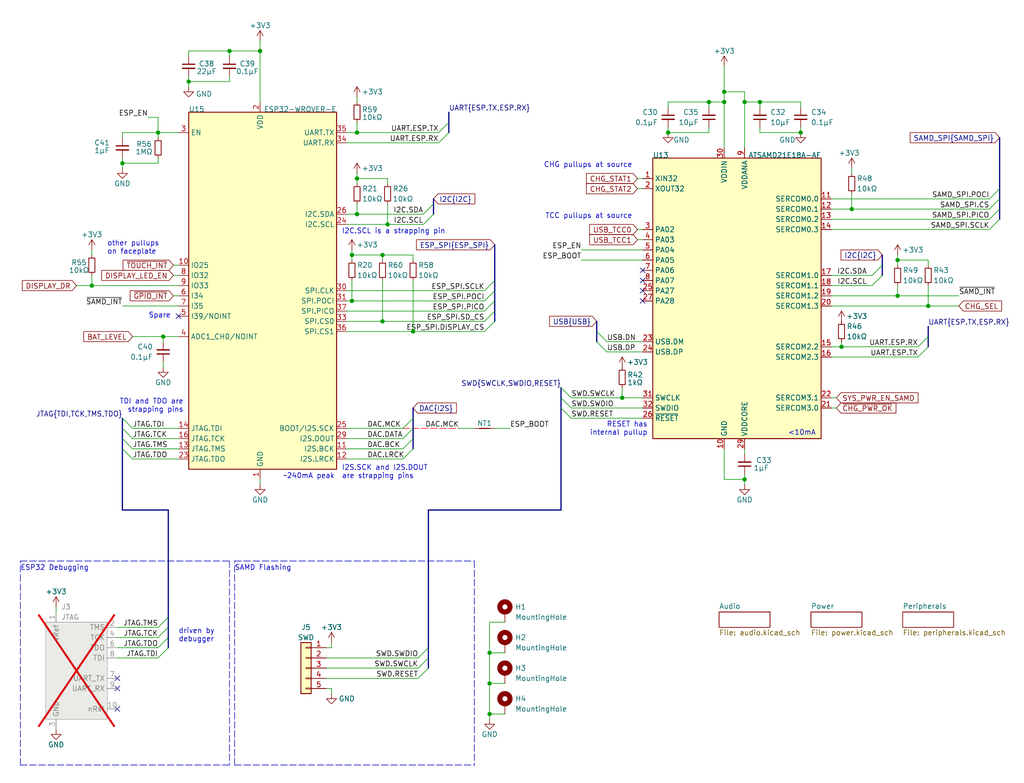
<source format=kicad_sch>
(kicad_sch (version 20230121) (generator eeschema)
  (paper "User" 254.991 194.996)
  (title_block (title "TANGARA") (date "2023-12-21") (rev "4") (company "made by jacqueline") (comment 1 "SPDX-License-Identifier: CERN-OHL-S-2.0"))
  (lib_symbols
    (symbol "Connector_Generic:Conn_01x05" (pin_names (offset 1.016) hide)
      (property "Reference" "J" (at 0 7.62 0))
      (property "Value" "Conn_01x05" (at 0 -7.62 0))
      (symbol "Conn_01x05_1_1"
        (rectangle (start -1.27 -4.953) (end 0 -5.207) (stroke (width 0.1524)))
        (rectangle (start -1.27 -2.413) (end 0 -2.667) (stroke (width 0.1524)))
        (rectangle (start -1.27 0.127) (end 0 -0.127) (stroke (width 0.1524)))
        (rectangle (start -1.27 2.667) (end 0 2.413) (stroke (width 0.1524)))
        (rectangle (start -1.27 5.207) (end 0 4.953) (stroke (width 0.1524)))
        (rectangle (start -1.27 6.35) (end 1.27 -6.35) (stroke (width 0.254)) (fill (type background)))
        (pin passive line (at -5.08 5.08 0) (length 3.81) (name "Pin_1") (number "1"))
        (pin passive line (at -5.08 2.54 0) (length 3.81) (name "Pin_2") (number "2"))
        (pin passive line (at -5.08 0 0) (length 3.81) (name "Pin_3") (number "3"))
        (pin passive line (at -5.08 -2.54 0) (length 3.81) (name "Pin_4") (number "4"))
        (pin passive line (at -5.08 -5.08 0) (length 3.81) (name "Pin_5") (number "5"))
      )
    )
    (symbol "Device:C_Small" (pin_numbers hide) (pin_names (offset 0.254) hide)
      (property "Reference" "C" (at 0.254 1.778 0))
      (property "Value" "C_Small" (at 0.254 -2.032 0))
      (symbol "C_Small_0_1"
        (polyline (pts (xy -1.524 -0.508) (xy 1.524 -0.508)) (stroke (width 0.3302)))
        (polyline (pts (xy -1.524 0.508) (xy 1.524 0.508)) (stroke (width 0.3048)))
      )
      (symbol "C_Small_1_1"
        (pin passive line (at 0 2.54 270) (length 2.032) (name "~") (number "1"))
        (pin passive line (at 0 -2.54 90) (length 2.032) (name "~") (number "2"))
      )
    )
    (symbol "Device:NetTie_2" (pin_numbers hide) (pin_names (offset 0) hide) (in_bom no)
      (property "Reference" "NT" (at 0 1.27 0))
      (property "Value" "NetTie_2" (at 0 -1.27 0))
      (symbol "NetTie_2_0_1"
        (polyline (pts (xy -1.27 0) (xy 1.27 0)) (stroke (width 0.254)))
      )
      (symbol "NetTie_2_1_1"
        (pin passive line (at -2.54 0 0) (length 2.54) (name "1") (number "1"))
        (pin passive line (at 2.54 0 180) (length 2.54) (name "2") (number "2"))
      )
    )
    (symbol "Device:R_Small" (pin_numbers hide) (pin_names (offset 0.254) hide)
      (property "Reference" "R" (at 0.762 0.508 0))
      (property "Value" "R_Small" (at 0.762 -1.016 0))
      (symbol "R_Small_0_1"
        (rectangle (start -0.762 1.778) (end 0.762 -1.778) (stroke (width 0.2032)))
      )
      (symbol "R_Small_1_1"
        (pin passive line (at 0 2.54 270) (length 0.762) (name "~") (number "1"))
        (pin passive line (at 0 -2.54 90) (length 0.762) (name "~") (number "2"))
      )
    )
    (symbol "Mechanical:MountingHole_Pad" (pin_numbers hide) (pin_names (offset 1.016) hide)
      (property "Reference" "H" (at 0 6.35 0))
      (property "Value" "MountingHole_Pad" (at 0 4.445 0))
      (symbol "MountingHole_Pad_0_1"
        (circle (center 0 1.27) (radius 1.27) (stroke (width 1.27)))
      )
      (symbol "MountingHole_Pad_1_1"
        (pin input line (at 0 -2.54 90) (length 2.54) (name "1") (number "1"))
      )
    )
    (symbol "power:+3V3" (power) (pin_names (offset 0))
      (property "Value" "+3V3" (at 0 3.556 0))
      (symbol "+3V3_0_1"
        (polyline (pts (xy -0.762 1.27) (xy 0 2.54)))
        (polyline (pts (xy 0 0) (xy 0 2.54)))
        (polyline (pts (xy 0 2.54) (xy 0.762 1.27)))
      )
      (symbol "+3V3_1_1"
        (pin power_in line (at 0 0 90) (length 0) hide (name "+3V3") (number "1"))
      )
    )
    (symbol "power:GND" (power) (pin_names (offset 0))
      (property "Value" "GND" (at 0 -3.81 0))
      (symbol "GND_0_1"
        (polyline (pts (xy 0 0) (xy 0 -1.27) (xy 1.27 -1.27) (xy 0 -2.54) (xy -1.27 -1.27) (xy 0 -1.27)))
      )
      (symbol "GND_1_1"
        (pin power_in line (at 0 0 270) (length 0) hide (name "GND") (number "1"))
      )
    )
    (symbol "symbols:ATSAMD21E15A-A"
      (property "Reference" "U" (at 0 15.24 0))
      (property "Value" "ATSAMD21E15A-A" (at 0 10.16 0))
      (symbol "ATSAMD21E15A-A_1_1"
        (rectangle (start -20.32 45.72) (end 21.59 -24.13) (stroke (width 0.254)) (fill (type background)))
        (pin bidirectional line (at -22.86 40.64 0) (length 2.54) (name "XIN32") (number "1"))
        (pin power_in line (at -2.54 -26.67 90) (length 2.54) (name "GND") (number "10"))
        (pin bidirectional line (at 24.13 35.56 180) (length 2.54) (name "SERCOM0.0") (number "11"))
        (pin bidirectional line (at 24.13 33.02 180) (length 2.54) (name "SERCOM0.1") (number "12"))
        (pin bidirectional line (at 24.13 30.48 180) (length 2.54) (name "SERCOM0.2") (number "13"))
        (pin bidirectional line (at 24.13 27.94 180) (length 2.54) (name "SERCOM0.3") (number "14"))
        (pin bidirectional line (at 24.13 -1.27 180) (length 2.54) (name "SERCOM2.2") (number "15"))
        (pin bidirectional line (at 24.13 -3.81 180) (length 2.54) (name "SERCOM2.3") (number "16"))
        (pin bidirectional line (at 24.13 16.51 180) (length 2.54) (name "SERCOM1.0") (number "17"))
        (pin bidirectional line (at 24.13 13.97 180) (length 2.54) (name "SERCOM1.1") (number "18"))
        (pin bidirectional line (at 24.13 11.43 180) (length 2.54) (name "SERCOM1.2") (number "19"))
        (pin bidirectional line (at -22.86 38.1 0) (length 2.54) (name "XOUT32") (number "2"))
        (pin bidirectional line (at 24.13 8.89 180) (length 2.54) (name "SERCOM1.3") (number "20"))
        (pin bidirectional line (at 24.13 -16.51 180) (length 2.54) (name "SERCOM3.0") (number "21"))
        (pin bidirectional line (at 24.13 -13.97 180) (length 2.54) (name "SERCOM3.1") (number "22"))
        (pin bidirectional line (at -22.86 0 0) (length 2.54) (name "USB.DM") (number "23"))
        (pin bidirectional line (at -22.86 -2.54 0) (length 2.54) (name "USB.DP") (number "24"))
        (pin bidirectional line (at -22.86 12.7 0) (length 2.54) (name "PA27") (number "25"))
        (pin input line (at -22.86 -19.05 0) (length 2.54) (name "~{RESET}") (number "26"))
        (pin bidirectional line (at -22.86 10.16 0) (length 2.54) (name "PA28") (number "27"))
        (pin power_in line (at -2.54 -26.67 90) (length 2.54) hide (name "GND") (number "28"))
        (pin power_out line (at 2.54 -26.67 90) (length 2.54) (name "VDDCORE") (number "29"))
        (pin bidirectional line (at -22.86 27.94 0) (length 2.54) (name "PA02") (number "3"))
        (pin power_in line (at -2.54 48.26 270) (length 2.54) (name "VDDIN") (number "30"))
        (pin bidirectional line (at -22.86 -13.97 0) (length 2.54) (name "SWCLK") (number "31"))
        (pin bidirectional line (at -22.86 -16.51 0) (length 2.54) (name "SWDIO") (number "32"))
        (pin bidirectional line (at -22.86 25.4 0) (length 2.54) (name "PA03") (number "4"))
        (pin bidirectional line (at -22.86 22.86 0) (length 2.54) (name "PA04") (number "5"))
        (pin bidirectional line (at -22.86 20.32 0) (length 2.54) (name "PA05") (number "6"))
        (pin bidirectional line (at -22.86 17.78 0) (length 2.54) (name "PA06") (number "7"))
        (pin bidirectional line (at -22.86 15.24 0) (length 2.54) (name "PA07") (number "8"))
        (pin power_in line (at 2.54 48.26 270) (length 2.54) (name "VDDANA") (number "9"))
      )
    )
    (symbol "symbols:BMDU"
      (property "Reference" "U" (at -5.08 6.35 0))
      (property "Value" "BMDU" (at -5.08 6.35 0))
      (symbol "BMDU_0_0"
        (pin power_in line (at -5.08 20.32 270) (length 2.54) (name "vRef") (number "1"))
        (pin output line (at 10.16 -3.81 180) (length 2.54) (name "nRst") (number "10"))
        (pin output line (at 10.16 16.51 180) (length 2.54) (name "TMS") (number "2"))
        (pin power_in line (at -5.08 -8.89 90) (length 2.54) (name "GND") (number "3"))
        (pin output line (at 10.16 13.97 180) (length 2.54) (name "TCK") (number "4"))
        (pin power_in line (at -5.08 -8.89 90) (length 2.54) hide (name "GND") (number "5"))
        (pin output line (at 10.16 11.43 180) (length 2.54) (name "TDO") (number "6"))
        (pin output line (at 10.16 3.81 180) (length 2.54) (name "UART_TX") (number "7"))
        (pin input line (at 10.16 8.89 180) (length 2.54) (name "TDI") (number "8"))
        (pin input line (at 10.16 1.27 180) (length 2.54) (name "UART_RX") (number "9"))
      )
      (symbol "BMDU_0_1"
        (rectangle (start -7.62 17.78) (end 7.62 -6.35) (fill (type background)))
      )
    )
    (symbol "symbols:ESP32-WROOM"
      (property "Reference" "U" (at -17.78 34.29 0))
      (property "Value" "ESP32-WROOM" (at -3.81 34.29 0))
      (symbol "ESP32-WROOM_0_1"
        (rectangle (start -17.78 33.02) (end 19.05 -55.88) (stroke (width 0.254)) (fill (type background)))
      )
      (symbol "ESP32-WROOM_1_1"
        (pin power_in line (at 0 -58.42 90) (length 2.54) (name "GND") (number "1"))
        (pin bidirectional line (at -20.32 -5.08 0) (length 2.54) (name "IO25") (number "10"))
        (pin bidirectional line (at 21.59 -50.8 180) (length 2.54) (name "I2S.BCK") (number "11"))
        (pin bidirectional line (at 21.59 -53.34 180) (length 2.54) (name "I2S.LRCK") (number "12"))
        (pin bidirectional line (at -20.32 -50.8 0) (length 2.54) (name "JTAG.TMS") (number "13"))
        (pin bidirectional line (at -20.32 -45.72 0) (length 2.54) (name "JTAG.TDI") (number "14"))
        (pin power_in line (at 0 -58.42 90) (length 2.54) hide (name "GND") (number "15"))
        (pin bidirectional line (at -20.32 -48.26 0) (length 2.54) (name "JTAG.TCK") (number "16"))
        (pin no_connect line (at -17.78 16.51 0) (length 2.54) hide (name "SHD/SD2") (number "17"))
        (pin no_connect line (at -17.78 13.97 0) (length 2.54) hide (name "SWP/SD3") (number "18"))
        (pin no_connect line (at -17.78 8.89 0) (length 2.54) hide (name "SCS/CMD") (number "19"))
        (pin power_in line (at 0 35.56 270) (length 2.54) (name "VDD") (number "2"))
        (pin no_connect line (at -17.78 11.43 0) (length 2.54) hide (name "SCK/CLK") (number "20"))
        (pin no_connect line (at -17.78 21.59 0) (length 2.54) hide (name "SDO/SD0") (number "21"))
        (pin no_connect line (at -17.78 19.05 0) (length 2.54) hide (name "SDI/SD1") (number "22"))
        (pin bidirectional line (at -20.32 -53.34 0) (length 2.54) (name "JTAG.TDO") (number "23"))
        (pin bidirectional line (at 21.59 5.08 180) (length 2.54) (name "I2C.SCL") (number "24"))
        (pin bidirectional line (at 21.59 -45.72 180) (length 2.54) (name "BOOT/I2S.SCK") (number "25"))
        (pin bidirectional line (at 21.59 7.62 180) (length 2.54) (name "I2C.SDA") (number "26"))
        (pin no_connect line (at -17.78 6.35 0) (length 2.54) hide (name "IO16") (number "27"))
        (pin no_connect line (at -17.78 3.81 0) (length 2.54) hide (name "IO17") (number "28"))
        (pin bidirectional line (at 21.59 -48.26 180) (length 2.54) (name "I2S.DOUT") (number "29"))
        (pin input line (at -20.32 27.94 0) (length 2.54) (name "EN") (number "3"))
        (pin bidirectional line (at 21.59 -11.43 180) (length 2.54) (name "SPI.CLK") (number "30"))
        (pin bidirectional line (at 21.59 -13.97 180) (length 2.54) (name "SPI.POCI") (number "31"))
        (pin no_connect line (at -17.78 1.27 0) (length 2.54) hide (name "NC") (number "32"))
        (pin bidirectional line (at 21.59 -19.05 180) (length 2.54) (name "SPI.CS0") (number "33"))
        (pin bidirectional line (at 21.59 25.4 180) (length 2.54) (name "UART.RX") (number "34"))
        (pin bidirectional line (at 21.59 27.94 180) (length 2.54) (name "UART.TX") (number "35"))
        (pin bidirectional line (at 21.59 -21.59 180) (length 2.54) (name "SPI.CS1") (number "36"))
        (pin bidirectional line (at 21.59 -16.51 180) (length 2.54) (name "SPI.PICO") (number "37"))
        (pin power_in line (at 0 -58.42 90) (length 2.54) hide (name "GND") (number "38"))
        (pin power_in line (at 0 -58.42 90) (length 2.54) hide (name "GND") (number "39"))
        (pin input line (at -20.32 -22.86 0) (length 2.54) (name "ADC1_CH0/NOINT") (number "4"))
        (pin input line (at -20.32 -17.78 0) (length 2.54) (name "I39/NOINT") (number "5"))
        (pin input line (at -20.32 -12.7 0) (length 2.54) (name "I34") (number "6"))
        (pin input line (at -20.32 -15.24 0) (length 2.54) (name "I35") (number "7"))
        (pin bidirectional line (at -20.32 -7.62 0) (length 2.54) (name "IO32") (number "8"))
        (pin bidirectional line (at -20.32 -10.16 0) (length 2.54) (name "IO33") (number "9"))
      )
    )
  )
  (bus_alias "USB" (members "DN" "DP"))
  (bus_alias "I2S" (members "MCK" "BCK" "LRCK" "DATA"))
  (bus_alias "SAMD_SPI" (members "SCLK" "POCI" "PICO" "CS"))
  (bus_alias "ESP_SPI" (members "SCLK" "POCI" "PICO" "SD_CS" "DISPLAY_CS"))
  (bus_alias "I2C" (members "SDA" "SCL"))
  (junction (at 96.52 55.88))
  (junction (at 88.9 33.02))
  (junction (at 88.9 44.45))
  (junction (at 223.52 73.66))
  (junction (at 57.15 12.7))
  (junction (at 102.87 82.55))
  (junction (at 180.34 22.86))
  (junction (at 64.77 12.7))
  (junction (at 87.63 74.93))
  (junction (at 22.86 71.12))
  (junction (at 185.42 25.4))
  (junction (at 88.9 53.34))
  (junction (at 199.39 33.02))
  (junction (at 40.64 83.82))
  (junction (at 231.14 76.2))
  (junction (at 154.94 99.06))
  (junction (at 30.48 40.64))
  (junction (at 176.53 25.4))
  (junction (at 95.25 80.01))
  (junction (at 39.37 33.02))
  (junction (at 46.99 20.32))
  (junction (at 121.92 162.56))
  (junction (at 189.23 25.4))
  (junction (at 180.34 25.4))
  (junction (at 212.09 52.07))
  (junction (at 223.52 64.77))
  (junction (at 166.37 33.02))
  (junction (at 209.55 86.36))
  (junction (at 121.92 177.8))
  (junction (at 95.25 63.5))
  (junction (at 121.92 170.18))
  (junction (at 87.63 63.5))
  (junction (at 185.42 119.38))
  (no_connect (at 160.02 69.85))
  (no_connect (at 44.45 78.74))
  (no_connect (at 160.02 67.31))
  (no_connect (at 160.02 74.93))
  (no_connect (at 29.21 176.53))
  (no_connect (at 29.21 168.91))
  (no_connect (at 160.02 72.39))
  (no_connect (at 29.21 171.45))
  (bus_entry (at 102.87 104.14) (size -2.54 2.54))
  (bus_entry (at 139.7 96.52) (size 2.54 2.54))
  (bus_entry (at 139.7 99.06) (size 2.54 2.54))
  (bus_entry (at 139.7 101.6) (size 2.54 2.54))
  (bus_entry (at 30.48 111.76) (size 2.54 2.54))
  (bus_entry (at 30.48 104.14) (size 2.54 2.54))
  (bus_entry (at 30.48 106.68) (size 2.54 2.54))
  (bus_entry (at 30.48 109.22) (size 2.54 2.54))
  (bus_entry (at 246.38 54.61) (size 2.54 -2.54))
  (bus_entry (at 246.38 52.07) (size 2.54 -2.54))
  (bus_entry (at 246.38 49.53) (size 2.54 -2.54))
  (bus_entry (at 104.14 163.83) (size 2.54 -2.54))
  (bus_entry (at 120.65 74.93) (size 2.54 -2.54))
  (bus_entry (at 120.65 72.39) (size 2.54 -2.54))
  (bus_entry (at 120.65 77.47) (size 2.54 -2.54))
  (bus_entry (at 120.65 82.55) (size 2.54 -2.54))
  (bus_entry (at 120.65 80.01) (size 2.54 -2.54))
  (bus_entry (at 109.22 35.56) (size 2.54 -2.54))
  (bus_entry (at 109.22 33.02) (size 2.54 -2.54))
  (bus_entry (at 39.37 158.75) (size 2.54 -2.54))
  (bus_entry (at 39.37 161.29) (size 2.54 -2.54))
  (bus_entry (at 39.37 156.21) (size 2.54 -2.54))
  (bus_entry (at 39.37 163.83) (size 2.54 -2.54))
  (bus_entry (at 104.14 168.91) (size 2.54 -2.54))
  (bus_entry (at 217.17 68.58) (size 2.54 -2.54))
  (bus_entry (at 246.38 57.15) (size 2.54 -2.54))
  (bus_entry (at 100.33 109.22) (size 2.54 -2.54))
  (bus_entry (at 100.33 114.3) (size 2.54 -2.54))
  (bus_entry (at 100.33 111.76) (size 2.54 -2.54))
  (bus_entry (at 217.17 71.12) (size 2.54 -2.54))
  (bus_entry (at 105.41 53.34) (size 2.54 -2.54))
  (bus_entry (at 105.41 55.88) (size 2.54 -2.54))
  (bus_entry (at 228.6 86.36) (size 2.54 -2.54))
  (bus_entry (at 228.6 88.9) (size 2.54 -2.54))
  (bus_entry (at 104.14 166.37) (size 2.54 -2.54))
  (bus_entry (at 148.59 85.09) (size 2.54 2.54))
  (bus_entry (at 148.59 82.55) (size 2.54 2.54))
  (bus (pts (xy 30.48 104.14) (xy 30.48 106.68)))
  (wire (pts (xy 231.14 71.12) (xy 231.14 76.2)))
  (wire (pts (xy 180.34 119.38) (xy 185.42 119.38)))
  (wire (pts (xy 207.01 71.12) (xy 217.17 71.12)))
  (bus (pts (xy 248.92 52.07) (xy 248.92 54.61)))
  (wire (pts (xy 87.63 69.85) (xy 87.63 74.93)))
  (wire (pts (xy 223.52 64.77) (xy 231.14 64.77)))
  (wire (pts (xy 39.37 39.37) (xy 39.37 40.64)))
  (wire (pts (xy 189.23 33.02) (xy 189.23 31.75)))
  (wire (pts (xy 121.92 162.56) (xy 121.92 170.18)))
  (bus (pts (xy 102.87 104.14) (xy 102.87 106.68)))
  (wire (pts (xy 33.02 83.82) (xy 40.64 83.82)))
  (wire (pts (xy 102.87 63.5) (xy 102.87 64.77)))
  (wire (pts (xy 154.94 99.06) (xy 160.02 99.06)))
  (wire (pts (xy 19.05 71.12) (xy 22.86 71.12)))
  (polyline (pts (xy 118.11 139.7) (xy 118.11 190.5)) (stroke (width 0) (type dash)))
  (wire (pts (xy 87.63 74.93) (xy 120.65 74.93)))
  (wire (pts (xy 151.13 87.63) (xy 160.02 87.63)))
  (bus (pts (xy 41.91 153.67) (xy 41.91 156.21)))
  (wire (pts (xy 209.55 85.09) (xy 209.55 86.36)))
  (wire (pts (xy 199.39 25.4) (xy 199.39 26.67)))
  (wire (pts (xy 81.28 166.37) (xy 104.14 166.37)))
  (wire (pts (xy 57.15 12.7) (xy 64.77 12.7)))
  (wire (pts (xy 86.36 72.39) (xy 120.65 72.39)))
  (wire (pts (xy 125.73 154.94) (xy 121.92 154.94)))
  (wire (pts (xy 142.24 99.06) (xy 154.94 99.06)))
  (wire (pts (xy 40.64 85.09) (xy 40.64 83.82)))
  (bus (pts (xy 148.59 80.01) (xy 148.59 82.55)))
  (wire (pts (xy 30.48 40.64) (xy 39.37 40.64)))
  (wire (pts (xy 82.55 160.02) (xy 82.55 161.29)))
  (bus (pts (xy 102.87 106.68) (xy 102.87 109.22)))
  (bus (pts (xy 139.7 96.52) (xy 139.7 99.06)))
  (bus (pts (xy 111.76 30.48) (xy 111.76 33.02)))
  (wire (pts (xy 207.01 76.2) (xy 231.14 76.2)))
  (wire (pts (xy 176.53 25.4) (xy 166.37 25.4)))
  (wire (pts (xy 158.75 57.15) (xy 160.02 57.15)))
  (wire (pts (xy 30.48 39.37) (xy 30.48 40.64)))
  (wire (pts (xy 158.75 46.99) (xy 160.02 46.99)))
  (wire (pts (xy 223.52 64.77) (xy 223.52 66.04)))
  (polyline (pts (xy 58.42 139.7) (xy 118.11 139.7)) (stroke (width 0) (type dash)))
  (wire (pts (xy 36.83 29.21) (xy 39.37 29.21)))
  (wire (pts (xy 114.3 106.68) (xy 118.11 106.68)))
  (wire (pts (xy 207.01 54.61) (xy 246.38 54.61)))
  (wire (pts (xy 151.13 85.09) (xy 160.02 85.09)))
  (wire (pts (xy 64.77 12.7) (xy 64.77 25.4)))
  (wire (pts (xy 180.34 22.86) (xy 180.34 25.4)))
  (wire (pts (xy 231.14 76.2) (xy 238.76 76.2)))
  (wire (pts (xy 95.25 69.85) (xy 95.25 80.01)))
  (wire (pts (xy 158.75 44.45) (xy 160.02 44.45)))
  (wire (pts (xy 82.55 172.72) (xy 82.55 171.45)))
  (wire (pts (xy 212.09 41.91) (xy 212.09 43.18)))
  (wire (pts (xy 121.92 177.8) (xy 121.92 179.07)))
  (wire (pts (xy 185.42 25.4) (xy 185.42 36.83)))
  (wire (pts (xy 33.02 109.22) (xy 44.45 109.22)))
  (wire (pts (xy 207.01 73.66) (xy 223.52 73.66)))
  (bus (pts (xy 219.71 66.04) (xy 219.71 68.58)))
  (wire (pts (xy 207.01 68.58) (xy 217.17 68.58)))
  (wire (pts (xy 207.01 52.07) (xy 212.09 52.07)))
  (wire (pts (xy 123.19 106.68) (xy 127 106.68)))
  (wire (pts (xy 13.97 151.13) (xy 13.97 152.4)))
  (wire (pts (xy 81.28 168.91) (xy 104.14 168.91)))
  (wire (pts (xy 64.77 10.16) (xy 64.77 12.7)))
  (bus (pts (xy 139.7 99.06) (xy 139.7 101.6)))
  (bus (pts (xy 106.68 163.83) (xy 106.68 166.37)))
  (wire (pts (xy 154.94 96.52) (xy 154.94 99.06)))
  (wire (pts (xy 33.02 106.68) (xy 44.45 106.68)))
  (wire (pts (xy 22.86 62.23) (xy 22.86 63.5)))
  (polyline (pts (xy 5.08 190.5) (xy 5.08 139.7)) (stroke (width 0) (type dash)))
  (wire (pts (xy 87.63 63.5) (xy 95.25 63.5)))
  (wire (pts (xy 33.02 111.76) (xy 44.45 111.76)))
  (wire (pts (xy 46.99 21.59) (xy 46.99 20.32)))
  (wire (pts (xy 176.53 25.4) (xy 176.53 26.67)))
  (wire (pts (xy 57.15 19.05) (xy 57.15 20.32)))
  (wire (pts (xy 46.99 12.7) (xy 46.99 13.97)))
  (wire (pts (xy 166.37 25.4) (xy 166.37 26.67)))
  (bus (pts (xy 123.19 77.47) (xy 123.19 74.93)))
  (wire (pts (xy 86.36 114.3) (xy 100.33 114.3)))
  (wire (pts (xy 207.01 86.36) (xy 209.55 86.36)))
  (wire (pts (xy 88.9 50.8) (xy 88.9 53.34)))
  (wire (pts (xy 189.23 33.02) (xy 199.39 33.02)))
  (bus (pts (xy 102.87 109.22) (xy 102.87 111.76)))
  (wire (pts (xy 142.24 101.6) (xy 160.02 101.6)))
  (bus (pts (xy 139.7 101.6) (xy 139.7 127)))
  (wire (pts (xy 144.78 62.23) (xy 160.02 62.23)))
  (wire (pts (xy 29.21 158.75) (xy 39.37 158.75)))
  (bus (pts (xy 30.48 109.22) (xy 30.48 111.76)))
  (wire (pts (xy 46.99 12.7) (xy 57.15 12.7)))
  (wire (pts (xy 33.02 114.3) (xy 44.45 114.3)))
  (wire (pts (xy 88.9 30.48) (xy 88.9 33.02)))
  (wire (pts (xy 102.87 69.85) (xy 102.87 82.55)))
  (wire (pts (xy 86.36 53.34) (xy 88.9 53.34)))
  (wire (pts (xy 185.42 22.86) (xy 185.42 25.4)))
  (wire (pts (xy 86.36 77.47) (xy 120.65 77.47)))
  (bus (pts (xy 148.59 82.55) (xy 148.59 85.09)))
  (polyline (pts (xy 58.42 190.5) (xy 58.42 139.7)) (stroke (width 0) (type dash)))
  (wire (pts (xy 29.21 161.29) (xy 39.37 161.29)))
  (wire (pts (xy 87.63 63.5) (xy 87.63 64.77)))
  (wire (pts (xy 185.42 118.11) (xy 185.42 119.38)))
  (wire (pts (xy 29.21 163.83) (xy 39.37 163.83)))
  (wire (pts (xy 121.92 154.94) (xy 121.92 162.56)))
  (bus (pts (xy 139.7 127) (xy 106.68 127)))
  (wire (pts (xy 88.9 24.13) (xy 88.9 25.4)))
  (polyline (pts (xy 58.42 190.5) (xy 118.11 190.5)) (stroke (width 0) (type dash)))
  (wire (pts (xy 208.28 99.06) (xy 207.01 99.06)))
  (wire (pts (xy 81.28 163.83) (xy 104.14 163.83)))
  (wire (pts (xy 43.18 66.04) (xy 44.45 66.04)))
  (wire (pts (xy 86.36 33.02) (xy 88.9 33.02)))
  (wire (pts (xy 88.9 53.34) (xy 105.41 53.34)))
  (wire (pts (xy 199.39 31.75) (xy 199.39 33.02)))
  (wire (pts (xy 180.34 22.86) (xy 185.42 22.86)))
  (wire (pts (xy 223.52 63.5) (xy 223.52 64.77)))
  (wire (pts (xy 212.09 48.26) (xy 212.09 52.07)))
  (wire (pts (xy 64.77 119.38) (xy 64.77 120.65)))
  (wire (pts (xy 180.34 16.51) (xy 180.34 22.86)))
  (wire (pts (xy 29.21 156.21) (xy 39.37 156.21)))
  (wire (pts (xy 207.01 88.9) (xy 228.6 88.9)))
  (bus (pts (xy 123.19 60.96) (xy 123.19 69.85)))
  (wire (pts (xy 30.48 40.64) (xy 30.48 41.91)))
  (wire (pts (xy 166.37 31.75) (xy 166.37 33.02)))
  (bus (pts (xy 123.19 80.01) (xy 123.19 77.47)))
  (wire (pts (xy 121.92 170.18) (xy 121.92 177.8)))
  (bus (pts (xy 123.19 74.93) (xy 123.19 72.39)))
  (bus (pts (xy 107.95 50.8) (xy 107.95 53.34)))
  (wire (pts (xy 30.48 33.02) (xy 39.37 33.02)))
  (bus (pts (xy 111.76 27.94) (xy 111.76 30.48)))
  (wire (pts (xy 102.87 82.55) (xy 120.65 82.55)))
  (wire (pts (xy 22.86 68.58) (xy 22.86 71.12)))
  (wire (pts (xy 95.25 63.5) (xy 95.25 64.77)))
  (wire (pts (xy 88.9 33.02) (xy 109.22 33.02)))
  (wire (pts (xy 223.52 73.66) (xy 238.76 73.66)))
  (wire (pts (xy 88.9 45.72) (xy 88.9 44.45)))
  (wire (pts (xy 180.34 111.76) (xy 180.34 119.38)))
  (wire (pts (xy 86.36 82.55) (xy 102.87 82.55)))
  (wire (pts (xy 144.78 64.77) (xy 160.02 64.77)))
  (wire (pts (xy 86.36 55.88) (xy 96.52 55.88)))
  (polyline (pts (xy 100.33 106.68) (xy 114.3 106.68)) (stroke (width 0) (type dash) (color 255 6 6 1)))
  (wire (pts (xy 30.48 34.29) (xy 30.48 33.02)))
  (polyline (pts (xy 5.08 139.7) (xy 57.15 139.7)) (stroke (width 0) (type dash)))
  (wire (pts (xy 22.86 71.12) (xy 44.45 71.12)))
  (wire (pts (xy 86.36 106.68) (xy 100.33 106.68)))
  (bus (pts (xy 123.19 72.39) (xy 123.19 69.85)))
  (wire (pts (xy 86.36 109.22) (xy 100.33 109.22)))
  (wire (pts (xy 96.52 50.8) (xy 96.52 55.88)))
  (wire (pts (xy 43.18 68.58) (xy 44.45 68.58)))
  (wire (pts (xy 180.34 25.4) (xy 180.34 36.83)))
  (wire (pts (xy 185.42 25.4) (xy 189.23 25.4)))
  (bus (pts (xy 106.68 127) (xy 106.68 161.29)))
  (wire (pts (xy 207.01 57.15) (xy 246.38 57.15)))
  (bus (pts (xy 231.14 83.82) (xy 231.14 86.36)))
  (bus (pts (xy 41.91 156.21) (xy 41.91 158.75)))
  (wire (pts (xy 121.92 170.18) (xy 125.73 170.18)))
  (wire (pts (xy 212.09 52.07) (xy 246.38 52.07)))
  (wire (pts (xy 207.01 49.53) (xy 246.38 49.53)))
  (wire (pts (xy 88.9 43.18) (xy 88.9 44.45)))
  (wire (pts (xy 189.23 25.4) (xy 199.39 25.4)))
  (wire (pts (xy 231.14 64.77) (xy 231.14 66.04)))
  (wire (pts (xy 121.92 177.8) (xy 125.73 177.8)))
  (wire (pts (xy 88.9 44.45) (xy 96.52 44.45)))
  (wire (pts (xy 40.64 83.82) (xy 44.45 83.82)))
  (bus (pts (xy 107.95 49.53) (xy 107.95 50.8)))
  (wire (pts (xy 82.55 171.45) (xy 81.28 171.45)))
  (wire (pts (xy 46.99 20.32) (xy 57.15 20.32)))
  (bus (pts (xy 248.92 46.99) (xy 248.92 49.53)))
  (wire (pts (xy 176.53 33.02) (xy 176.53 31.75)))
  (wire (pts (xy 82.55 161.29) (xy 81.28 161.29)))
  (bus (pts (xy 30.48 106.68) (xy 30.48 109.22)))
  (wire (pts (xy 57.15 12.7) (xy 57.15 13.97)))
  (bus (pts (xy 102.87 101.6) (xy 102.87 104.14)))
  (wire (pts (xy 39.37 33.02) (xy 44.45 33.02)))
  (bus (pts (xy 248.92 49.53) (xy 248.92 52.07)))
  (bus (pts (xy 30.48 111.76) (xy 30.48 127)))
  (wire (pts (xy 180.34 25.4) (xy 176.53 25.4)))
  (wire (pts (xy 185.42 113.03) (xy 185.42 111.76)))
  (wire (pts (xy 46.99 20.32) (xy 46.99 19.05)))
  (wire (pts (xy 223.52 71.12) (xy 223.52 73.66)))
  (wire (pts (xy 95.25 63.5) (xy 102.87 63.5)))
  (wire (pts (xy 39.37 34.29) (xy 39.37 33.02)))
  (bus (pts (xy 30.48 127) (xy 41.91 127)))
  (wire (pts (xy 185.42 119.38) (xy 185.42 120.65)))
  (wire (pts (xy 86.36 35.56) (xy 109.22 35.56)))
  (wire (pts (xy 189.23 25.4) (xy 189.23 26.67)))
  (bus (pts (xy 219.71 63.5) (xy 219.71 66.04)))
  (wire (pts (xy 96.52 55.88) (xy 105.41 55.88)))
  (wire (pts (xy 95.25 80.01) (xy 120.65 80.01)))
  (wire (pts (xy 86.36 111.76) (xy 100.33 111.76)))
  (polyline (pts (xy 5.08 190.5) (xy 57.15 190.5)) (stroke (width 0) (type dash)))
  (wire (pts (xy 86.36 80.01) (xy 95.25 80.01)))
  (wire (pts (xy 43.18 73.66) (xy 44.45 73.66)))
  (wire (pts (xy 176.53 33.02) (xy 166.37 33.02)))
  (wire (pts (xy 121.92 162.56) (xy 125.73 162.56)))
  (wire (pts (xy 40.64 91.44) (xy 40.64 90.17)))
  (polyline (pts (xy 57.15 139.7) (xy 57.15 190.5)) (stroke (width 0) (type dash)))
  (wire (pts (xy 86.36 74.93) (xy 87.63 74.93)))
  (bus (pts (xy 106.68 161.29) (xy 106.68 163.83)))
  (wire (pts (xy 30.48 76.2) (xy 44.45 76.2)))
  (wire (pts (xy 158.75 59.69) (xy 160.02 59.69)))
  (bus (pts (xy 41.91 127) (xy 41.91 153.67)))
  (bus (pts (xy 248.92 34.29) (xy 248.92 46.99)))
  (wire (pts (xy 209.55 86.36) (xy 228.6 86.36)))
  (wire (pts (xy 87.63 62.23) (xy 87.63 63.5)))
  (wire (pts (xy 142.24 104.14) (xy 160.02 104.14)))
  (wire (pts (xy 208.28 101.6) (xy 207.01 101.6)))
  (bus (pts (xy 41.91 158.75) (xy 41.91 161.29)))
  (wire (pts (xy 39.37 33.02) (xy 39.37 29.21)))
  (wire (pts (xy 96.52 44.45) (xy 96.52 45.72)))
  (bus (pts (xy 231.14 81.28) (xy 231.14 83.82)))
  (text "<10mA" (at 196.215 108.585 0) (effects (font (size 1.27 1.27)) (justify left bottom)))
  (text "TCC pullups at source" (at 157.48 54.61 0) (effects (font (size 1.27 1.27)) (justify right bottom)))
  (text "CHG pullups at source" (at 157.48 41.91 0) (effects (font (size 1.27 1.27)) (justify right bottom)))
  (text "driven by\ndebugger" (at 44.45 160.02 0) (effects (font (size 1.27 1.27)) (justify left bottom)))
  (text "~240mA peak" (at 70.485 119.38 0) (effects (font (size 1.27 1.27)) (justify left bottom)))
  (text "Spare" (at 42.545 79.375 0) (effects (font (size 1.27 1.27)) (justify right bottom)))
  (text "RESET has\ninternal pullup" (at 161.29 108.585 0) (effects (font (size 1.27 1.27)) (justify right bottom)))
  (text "SAMD Flashing" (at 58.42 142.24 0) (effects (font (size 1.27 1.27)) (justify left bottom)))
  (text "I2S.SCK and I2S.DOUT\nare strapping pins" (at 85.09 119.38 0) (effects (font (size 1.27 1.27)) (justify left bottom)))
  (text "ESP32 Debugging" (at 5.08 142.24 0) (effects (font (size 1.27 1.27)) (justify left bottom)))
  (text "other pullups\non faceplate" (at 26.67 63.5 0) (effects (font (size 1.27 1.27)) (justify left bottom)))
  (text "I2C.SCL is a strapping pin" (at 85.09 58.42 0) (effects (font (size 1.27 1.27)) (justify left bottom)))
  (text "TDI and TDO are\nstrapping pins" (at 45.72 102.87 0) (effects (font (size 1.27 1.27)) (justify right bottom)))
  (label "~{SAMD_INT}" (at 238.76 73.66 0))
  (label "UART.ESP.TX" (at 109.22 33.02 180))
  (label "DAC.BCK" (at 91.44 111.76 0))
  (label "JTAG.TCK" (at 39.37 158.75 180))
  (label "UART{ESP.TX,ESP.RX}" (at 231.14 81.28 0))
  (label "ESP_BOOT" (at 144.78 64.77 180))
  (label "ESP_SPI.DISPLAY_CS" (at 120.65 82.55 180))
  (label "SAMD_SPI.SCLK" (at 246.38 57.15 180))
  (label "I2C.SCL" (at 215.9 71.12 180))
  (label "DAC.MCK" (at 91.44 106.68 0))
  (label "I2C.SDA" (at 105.41 53.34 180))
  (label "SWD.SWCLK" (at 142.24 99.06 0))
  (label "ESP_SPI.SCLK" (at 120.65 72.39 180))
  (label "JTAG.TDO" (at 39.37 161.29 180))
  (label "JTAG.TCK" (at 33.02 109.22 0))
  (label "DAC.MCK" (at 114.3 106.68 180))
  (label "SAMD_SPI.PICO" (at 246.38 54.61 180))
  (label "SWD.RESET" (at 142.24 104.14 0))
  (label "SWD{SWCLK,SWDIO,RESET}" (at 139.7 96.52 180))
  (label "SWD.SWDIO" (at 142.24 101.6 0))
  (label "SWD.RESET" (at 104.14 168.91 180))
  (label "JTAG.TDO" (at 33.02 114.3 0))
  (label "I2C.SCL" (at 105.41 55.88 180))
  (label "ESP_SPI.POCI" (at 120.65 74.93 180))
  (label "SAMD_SPI.CS" (at 246.38 52.07 180))
  (label "UART{ESP.TX,ESP.RX}" (at 111.76 27.94 0))
  (label "ESP_EN" (at 144.78 62.23 180))
  (label "~{SAMD_INT}" (at 30.48 76.2 180))
  (label "JTAG{TDI,TCK,TMS,TDO}" (at 30.48 104.14 180))
  (label "ESP_SPI.PICO" (at 120.65 77.47 180))
  (label "DAC.DATA" (at 91.44 109.22 0))
  (label "UART.ESP.RX" (at 109.22 35.56 180))
  (label "JTAG.TDI" (at 39.37 163.83 180))
  (label "UART.ESP.TX" (at 228.6 88.9 180))
  (label "SWD.SWCLK" (at 104.14 166.37 180))
  (label "SWD.SWDIO" (at 104.14 163.83 180))
  (label "UART.ESP.RX" (at 228.6 86.36 180))
  (label "SAMD_SPI.POCI" (at 246.38 49.53 180))
  (label "USB.DN" (at 151.13 85.09 0))
  (label "USB.DP" (at 151.13 87.63 0))
  (label "ESP_EN" (at 36.83 29.21 180))
  (label "JTAG.TDI" (at 33.02 106.68 0))
  (label "JTAG.TMS" (at 39.37 156.21 180))
  (label "I2C.SDA" (at 215.9 68.58 180))
  (label "JTAG.TMS" (at 33.02 111.76 0))
  (label "DAC.LRCK" (at 91.44 114.3 0))
  (label "ESP_SPI.SD_CS" (at 120.65 80.01 180))
  (label "ESP_BOOT" (at 127 106.68 0))
  (global_label "~{GPIO_INT}" (shape input) (at 43.18 73.66 180) (property "Intersheetrefs" "${INTERSHEET_REFS}" (effects hide)))
  (global_label "BAT_LEVEL" (shape input) (at 33.02 83.82 180) (property "Intersheetrefs" "${INTERSHEET_REFS}" (effects hide)))
  (global_label "SAMD_SPI{SAMD_SPI}" (shape input) (at 248.92 34.29 180) (property "Intersheetrefs" "${INTERSHEET_REFS}" (effects hide)))
  (global_label "USB{USB}" (shape input) (at 148.59 80.01 180) (property "Intersheetrefs" "${INTERSHEET_REFS}" (effects hide)))
  (global_label "DISPLAY_LED_EN" (shape input) (at 43.18 68.58 180) (property "Intersheetrefs" "${INTERSHEET_REFS}" (effects hide)))
  (global_label "SYS_PWR_EN_SAMD" (shape input) (at 208.28 99.06 0) (property "Intersheetrefs" "${INTERSHEET_REFS}" (effects hide)))
  (global_label "USB_TCC1" (shape input) (at 158.75 59.69 180) (property "Intersheetrefs" "${INTERSHEET_REFS}" (effects hide)))
  (global_label "I2C{I2C}" (shape input) (at 107.95 49.53 0) (property "Intersheetrefs" "${INTERSHEET_REFS}" (effects hide)))
  (global_label "DISPLAY_DR" (shape input) (at 19.05 71.12 180) (property "Intersheetrefs" "${INTERSHEET_REFS}" (effects hide)))
  (global_label "DAC{I2S}" (shape input) (at 102.87 101.6 0) (property "Intersheetrefs" "${INTERSHEET_REFS}" (effects hide)))
  (global_label "I2C{I2C}" (shape input) (at 219.71 63.5 180) (property "Intersheetrefs" "${INTERSHEET_REFS}" (effects hide)))
  (global_label "~{TOUCH_INT}" (shape input) (at 43.18 66.04 180) (property "Intersheetrefs" "${INTERSHEET_REFS}" (effects hide)))
  (global_label "USB_TCC0" (shape input) (at 158.75 57.15 180) (property "Intersheetrefs" "${INTERSHEET_REFS}" (effects hide)))
  (global_label "ESP_SPI{ESP_SPI}" (shape input) (at 123.19 60.96 180) (property "Intersheetrefs" "${INTERSHEET_REFS}" (effects hide)))
  (global_label "~{CHG_PWR_OK}" (shape input) (at 208.28 101.6 0) (property "Intersheetrefs" "${INTERSHEET_REFS}" (effects hide)))
  (global_label "CHG_STAT1" (shape input) (at 158.75 44.45 180) (property "Intersheetrefs" "${INTERSHEET_REFS}" (effects hide)))
  (global_label "CHG_SEL" (shape input) (at 238.76 76.2 0) (property "Intersheetrefs" "${INTERSHEET_REFS}" (effects hide)))
  (global_label "CHG_STAT2" (shape input) (at 158.75 46.99 180) (property "Intersheetrefs" "${INTERSHEET_REFS}" (effects hide)))
  (symbol (lib_id "Device:R_Small") (at 88.9 48.26 0) (unit 1)
    (property "Reference" "R21" (at 90.17 46.99 0) (effects (justify left)))
    (property "Value" "10kΩ" (at 90.17 49.53 0) (effects (justify left)))
    (property "Footprint" "Resistor_SMD:R_0603_1608Metric" (effects hide))
    (property "MPN" "AC0603JR-0710KL" (effects hide))
  )
  (symbol (lib_id "power:+3V3") (at 13.97 151.13 0) (unit 1)
    (property "Reference" "#PWR0101" (effects hide))
    (property "Value" "+3V3" (at 13.97 147.32 0))
  )
  (symbol (lib_id "Device:R_Small") (at 212.09 45.72 0) (unit 1)
    (property "Reference" "R48" (at 213.36 44.45 0) (effects (justify left)))
    (property "Value" "10kΩ" (at 213.36 46.99 0) (effects (justify left)))
    (property "Footprint" "Resistor_SMD:R_0603_1608Metric" (effects hide))
    (property "MPN" "AC0603JR-0710KL" (effects hide))
  )
  (symbol (lib_id "Mechanical:MountingHole_Pad") (at 125.73 175.26 0) (unit 1) (in_bom no)
    (property "Reference" "H4" (at 128.27 173.9899 0) (effects (justify left)))
    (property "Value" "MountingHole" (at 128.27 176.5299 0) (effects (justify left)))
    (property "Footprint" "footprints:MountingHole_2.2mm_M2_Pad_Via2" (effects hide))
  )
  (symbol (lib_id "power:+3V3") (at 82.55 160.02 0) (unit 1)
    (property "Reference" "#PWR0115" (effects hide))
    (property "Value" "+3V3" (at 82.55 156.21 0))
  )
  (symbol (lib_id "power:GND") (at 121.92 179.07 0) (unit 1)
    (property "Reference" "#PWR054" (effects hide))
    (property "Value" "GND" (at 121.92 182.88 0))
  )
  (symbol (lib_id "symbols:ESP32-WROOM") (at 64.77 60.96 0) (unit 1)
    (property "Reference" "U15" (at 46.99 27.94 0) (effects (justify left bottom)))
    (property "Value" "ESP32-WROVER-E" (at 83.82 27.94 0) (effects (justify right bottom)))
    (property "Footprint" "footprints:ESP32-WROVER" (effects hide))
    (property "Datasheet" "https://www.espressif.com/sites/default/files/documentation/esp32-wroom-32d_esp32-wroom-32u_datasheet_en.pdf" (effects hide))
    (property "MPN" "ESP32-WROVER-E-N16R8" (effects hide))
  )
  (symbol (lib_id "Device:C_Small") (at 46.99 16.51 0) (unit 1)
    (property "Reference" "C38" (at 51.435 15.875 0))
    (property "Value" "22μF" (at 51.435 17.78 0))
    (property "Footprint" "Capacitor_SMD:C_1206_3216Metric" (effects hide))
    (property "MPN" "GRM319R61C226KE15D" (effects hide))
  )
  (symbol (lib_id "power:+3V3") (at 64.77 10.16 0) (unit 1)
    (property "Reference" "#PWR0108" (effects hide))
    (property "Value" "+3V3" (at 64.77 6.35 0))
  )
  (symbol (lib_id "power:GND") (at 185.42 120.65 0) (unit 1)
    (property "Reference" "#PWR0121" (effects hide))
    (property "Value" "GND" (at 185.42 124.46 0))
  )
  (symbol (lib_id "Device:C_Small") (at 30.48 36.83 0) (unit 1)
    (property "Reference" "C41" (at 25.4 35.56 0))
    (property "Value" "1μF" (at 25.4 37.465 0))
    (property "Footprint" "Capacitor_SMD:C_0805_2012Metric" (effects hide))
    (property "MPN" "GRM216R61C105KA88D" (effects hide))
  )
  (symbol (lib_id "power:GND") (at 13.97 181.61 0) (unit 1)
    (property "Reference" "#PWR0102" (effects hide))
    (property "Value" "GND" (at 13.97 185.42 0))
  )
  (symbol (lib_id "power:GND") (at 64.77 120.65 0) (unit 1)
    (property "Reference" "#PWR0109" (effects hide))
    (property "Value" "GND" (at 64.77 124.46 0))
  )
  (symbol (lib_id "power:+3V3") (at 209.55 80.01 0) (unit 1)
    (property "Reference" "#PWR0124" (effects hide))
    (property "Value" "+3V3" (at 213.36 78.74 0))
  )
  (symbol (lib_id "Device:R_Small") (at 87.63 67.31 0) (unit 1)
    (property "Reference" "R20" (at 88.9 66.04 0) (effects (justify left)))
    (property "Value" "10kΩ" (at 88.9 68.58 0) (effects (justify left)))
    (property "Footprint" "Resistor_SMD:R_0603_1608Metric" (effects hide))
    (property "MPN" "AC0603JR-0710KL" (effects hide))
  )
  (symbol (lib_id "Device:C_Small") (at 176.53 29.21 0) (mirror x) (unit 1)
    (property "Reference" "C35" (at 173.99 27.94 0) (effects (justify right)))
    (property "Value" "10μF" (at 173.99 30.48 0) (effects (justify right)))
    (property "Footprint" "Capacitor_SMD:C_0805_2012Metric" (effects hide))
    (property "MPN" "GRM21BR61C106KE15K" (effects hide))
  )
  (symbol (lib_id "Device:C_Small") (at 199.39 29.21 0) (unit 1)
    (property "Reference" "C34" (at 201.93 27.9462 0) (effects (justify left)))
    (property "Value" "0.1μF" (at 201.93 30.4862 0) (effects (justify left)))
    (property "Footprint" "Capacitor_SMD:C_0603_1608Metric" (effects hide))
    (property "MPN" "GCM188R71C104KA37J" (effects hide))
  )
  (symbol (lib_id "power:GND") (at 166.37 33.02 0) (mirror y) (unit 1)
    (property "Reference" "#PWR0119" (effects hide))
    (property "Value" "GND" (at 167.64 35.56 0) (effects (justify right bottom)))
  )
  (symbol (lib_id "power:+3V3") (at 212.09 41.91 0) (mirror y) (unit 1)
    (property "Reference" "#PWR0123" (effects hide))
    (property "Value" "+3V3" (at 211.455 38.1 0))
  )
  (symbol (lib_id "Device:NetTie_2") (at 120.65 106.68 0) (unit 1) (in_bom no)
    (property "Reference" "NT1" (at 120.65 105.41 0))
    (property "Value" "NetTie_2" (effects hide))
    (property "Footprint" "NetTie:NetTie-2_SMD_Pad0.5mm" (effects hide))
  )
  (symbol (lib_id "power:GND") (at 40.64 91.44 0) (unit 1)
    (property "Reference" "#PWR0105" (effects hide))
    (property "Value" "GND" (at 40.64 95.25 0))
  )
  (symbol (lib_id "Device:C_Small") (at 166.37 29.21 0) (mirror y) (unit 1)
    (property "Reference" "C30" (at 163.83 27.9462 0) (effects (justify left)))
    (property "Value" "0.1μF" (at 163.83 30.4862 0) (effects (justify left)))
    (property "Footprint" "Capacitor_SMD:C_0603_1608Metric" (effects hide))
    (property "MPN" "GCM188R71C104KA37J" (effects hide))
  )
  (symbol (lib_id "power:+3V3") (at 223.52 63.5 0) (mirror y) (unit 1)
    (property "Reference" "#PWR0125" (effects hide))
    (property "Value" "+3V3" (at 227.33 62.23 0))
  )
  (symbol (lib_id "Connector_Generic:Conn_01x05") (at 76.2 166.37 0) (mirror y) (unit 1) (in_bom no)
    (property "Reference" "J5" (at 76.2 156.21 0))
    (property "Value" "SWD" (at 76.2 158.75 0))
    (property "Footprint" "footprints:SAMDSWD" (effects hide))
  )
  (symbol (lib_id "power:+3V3") (at 87.63 62.23 0) (unit 1)
    (property "Reference" "#PWR0113" (effects hide))
    (property "Value" "+3V3" (at 91.44 60.96 0))
  )
  (symbol (lib_id "Device:C_Small") (at 57.15 16.51 0) (unit 1)
    (property "Reference" "C39" (at 61.595 15.875 0))
    (property "Value" "0.1μF" (at 61.595 17.78 0))
    (property "Footprint" "Capacitor_SMD:C_0603_1608Metric" (effects hide))
    (property "MPN" "GCM188R71C104KA37J" (effects hide))
  )
  (symbol (lib_id "Device:C_Small") (at 189.23 29.21 180) (unit 1)
    (property "Reference" "C32" (at 191.77 27.94 0) (effects (justify right)))
    (property "Value" "10μF" (at 191.77 30.48 0) (effects (justify right)))
    (property "Footprint" "Capacitor_SMD:C_0805_2012Metric" (effects hide))
    (property "MPN" "GRM21BR61C106KE15K" (effects hide))
  )
  (symbol (lib_id "power:+3V3") (at 88.9 43.18 0) (unit 1)
    (property "Reference" "#PWR0112" (effects hide))
    (property "Value" "+3V3" (at 92.71 41.91 0))
  )
  (symbol (lib_id "Device:R_Small") (at 102.87 67.31 0) (unit 1)
    (property "Reference" "R58" (at 104.14 66.04 0) (effects (justify left)))
    (property "Value" "10kΩ" (at 104.14 68.58 0) (effects (justify left)))
    (property "Footprint" "Resistor_SMD:R_0603_1608Metric" (effects hide))
    (property "MPN" "AC0603JR-0710KL" (effects hide))
  )
  (symbol (lib_id "power:GND") (at 199.39 33.02 0) (unit 1)
    (property "Reference" "#PWR0122" (effects hide))
    (property "Value" "GND" (at 198.12 35.56 0) (effects (justify right bottom)))
  )
  (symbol (lib_id "Device:R_Small") (at 96.52 48.26 0) (unit 1)
    (property "Reference" "R26" (at 97.79 46.99 0) (effects (justify left)))
    (property "Value" "10kΩ" (at 97.79 49.53 0) (effects (justify left)))
    (property "Footprint" "Resistor_SMD:R_0603_1608Metric" (effects hide))
    (property "MPN" "AC0603JR-0710KL" (effects hide))
  )
  (symbol (lib_id "Device:R_Small") (at 95.25 67.31 0) (unit 1)
    (property "Reference" "R60" (at 96.52 66.04 0) (effects (justify left)))
    (property "Value" "10kΩ" (at 96.52 68.58 0) (effects (justify left)))
    (property "Footprint" "Resistor_SMD:R_0603_1608Metric" (effects hide))
    (property "MPN" "AC0603JR-0710KL" (effects hide))
  )
  (symbol (lib_id "Device:R_Small") (at 39.37 36.83 180) (unit 1)
    (property "Reference" "R56" (at 35.8775 35.8775 0))
    (property "Value" "1MΩ" (at 35.8775 37.7825 0))
    (property "Footprint" "Resistor_SMD:R_0603_1608Metric" (effects hide))
    (property "MPN" "AC0603FR-131ML" (effects hide))
  )
  (symbol (lib_id "Mechanical:MountingHole_Pad") (at 125.73 152.4 0) (unit 1) (in_bom no)
    (property "Reference" "H1" (at 128.27 151.1299 0) (effects (justify left)))
    (property "Value" "MountingHole" (at 128.27 153.6699 0) (effects (justify left)))
    (property "Footprint" "footprints:MountingHole_2.2mm_M2_Pad_Via2" (effects hide))
  )
  (symbol (lib_id "Device:R_Small") (at 223.52 68.58 0) (unit 1)
    (property "Reference" "R49" (at 224.79 67.31 0) (effects (justify left)))
    (property "Value" "10kΩ" (at 224.79 69.85 0) (effects (justify left)))
    (property "Footprint" "Resistor_SMD:R_0603_1608Metric" (effects hide))
    (property "MPN" "AC0603JR-0710KL" (effects hide))
  )
  (symbol (lib_id "Device:R_Small") (at 209.55 82.55 0) (unit 1)
    (property "Reference" "R46" (at 210.82 81.28 0) (effects (justify left)))
    (property "Value" "10kΩ" (at 210.82 83.82 0) (effects (justify left)))
    (property "Footprint" "Resistor_SMD:R_0603_1608Metric" (effects hide))
    (property "MPN" "AC0603JR-0710KL" (effects hide))
  )
  (symbol (lib_id "symbols:BMDU") (at 19.05 172.72 0) (unit 1) (in_bom no) (dnp yes)
    (property "Reference" "J3" (at 15.24 151.13 0) (effects (justify left)))
    (property "Value" "JTAG" (at 15.24 153.67 0) (effects (justify left)))
    (property "Footprint" "Connector_PinHeader_1.27mm:PinHeader_2x05_P1.27mm_Vertical_SMD" (effects hide))
    (property "Datasheet" "SAM8796-ND" (effects hide))
    (property "MPN" "FTSH-105-01-F-DV-K" (effects hide))
  )
  (symbol (lib_id "power:GND") (at 46.99 21.59 0) (unit 1)
    (property "Reference" "#PWR0110" (effects hide))
    (property "Value" "GND" (at 50.8 24.13 0) (effects (justify bottom)))
  )
  (symbol (lib_id "Device:C_Small") (at 40.64 87.63 180) (unit 1)
    (property "Reference" "C40" (at 38.1 86.36 0) (effects (justify left)))
    (property "Value" "0.1μF" (at 38.1 88.9 0) (effects (justify left)))
    (property "Footprint" "Capacitor_SMD:C_0603_1608Metric" (effects hide))
    (property "MPN" "GCM188R71C104KA37J" (effects hide))
  )
  (symbol (lib_id "power:GND") (at 30.48 41.91 0) (unit 1)
    (property "Reference" "#PWR0103" (effects hide))
    (property "Value" "GND" (at 30.48 45.72 0))
  )
  (symbol (lib_id "Device:R_Small") (at 231.14 68.58 0) (unit 1)
    (property "Reference" "R43" (at 232.41 67.31 0) (effects (justify left)))
    (property "Value" "10kΩ" (at 232.41 69.85 0) (effects (justify left)))
    (property "Footprint" "Resistor_SMD:R_0603_1608Metric" (effects hide))
    (property "MPN" "AC0603JR-0710KL" (effects hide))
  )
  (symbol (lib_id "Mechanical:MountingHole_Pad") (at 125.73 167.64 0) (unit 1) (in_bom no)
    (property "Reference" "H3" (at 128.27 166.3699 0) (effects (justify left)))
    (property "Value" "MountingHole" (at 128.27 168.9099 0) (effects (justify left)))
    (property "Footprint" "footprints:MountingHole_2.2mm_M2_Pad_Via2" (effects hide))
  )
  (symbol (lib_id "power:+3V3") (at 180.34 16.51 0) (mirror y) (unit 1)
    (property "Reference" "#PWR0120" (effects hide))
    (property "Value" "+3V3" (at 180.34 12.7 0))
  )
  (symbol (lib_id "Device:R_Small") (at 88.9 27.94 0) (unit 1)
    (property "Reference" "R59" (at 92.075 27.305 0))
    (property "Value" "10kΩ" (at 90.17 29.21 0) (effects (justify left)))
    (property "Footprint" "Resistor_SMD:R_0603_1608Metric" (effects hide))
    (property "MPN" "AC0603JR-0710KL" (effects hide))
  )
  (symbol (lib_id "Device:R_Small") (at 154.94 93.98 0) (unit 1)
    (property "Reference" "R42" (at 156.21 93.345 0) (effects (justify left)))
    (property "Value" "1kΩ" (at 156.21 95.25 0) (effects (justify left)))
    (property "Footprint" "Resistor_SMD:R_0603_1608Metric" (effects hide))
    (property "MPN" "ERJ-3RBD1001V" (effects hide))
  )
  (symbol (lib_id "power:+3V3") (at 154.94 91.44 0) (mirror y) (unit 1)
    (property "Reference" "#PWR0118" (effects hide))
    (property "Value" "+3V3" (at 158.75 90.17 0))
  )
  (symbol (lib_id "power:+3V3") (at 22.86 62.23 0) (unit 1)
    (property "Reference" "#PWR03" (effects hide))
    (property "Value" "+3V3" (at 22.86 58.42 0))
  )
  (symbol (lib_id "power:GND") (at 82.55 172.72 0) (unit 1)
    (property "Reference" "#PWR0117" (effects hide))
    (property "Value" "GND" (at 86.36 173.99 0))
  )
  (symbol (lib_id "symbols:ATSAMD21E15A-A") (at 182.88 85.09 0) (unit 1)
    (property "Reference" "U13" (at 162.56 39.37 0) (effects (justify left bottom)))
    (property "Value" "ATSAMD21E18A-AF" (at 204.47 39.37 0) (effects (justify right bottom)))
    (property "Footprint" "Package_QFP:TQFP-32_7x7mm_P0.8mm" (effects hide))
    (property "Datasheet" "http://ww1.microchip.com/downloads/en/DeviceDoc/SAM_D21_DA1_Family_Data%20Sheet_DS40001882E.pdf" (effects hide))
    (property "MPN" "ATSAMD21E18A-AF" (effects hide))
  )
  (symbol (lib_id "Mechanical:MountingHole_Pad") (at 125.73 160.02 0) (unit 1) (in_bom no)
    (property "Reference" "H2" (at 128.27 158.7499 0) (effects (justify left)))
    (property "Value" "MountingHole" (at 128.27 161.2899 0) (effects (justify left)))
    (property "Footprint" "footprints:MountingHole_2.2mm_M2_Pad_Via2" (effects hide))
  )
  (symbol (lib_id "Device:C_Small") (at 185.42 115.57 180) (unit 1)
    (property "Reference" "C33" (at 188.2775 114.6175 0) (effects (justify right)))
    (property "Value" "1μF" (at 187.6425 116.5225 0) (effects (justify right)))
    (property "Footprint" "Capacitor_SMD:C_0805_2012Metric" (effects hide))
    (property "MPN" "GRM216R61C105KA88D" (effects hide))
  )
  (symbol (lib_id "Device:R_Small") (at 22.86 66.04 0) (mirror y) (unit 1)
    (property "Reference" "R55" (at 19.685 65.405 0))
    (property "Value" "10kΩ" (at 19.685 67.31 0))
    (property "Footprint" "Resistor_SMD:R_0603_1608Metric" (effects hide))
    (property "MPN" "AC0603JR-0710KL" (effects hide))
  )
  (symbol (lib_id "power:+3V3") (at 88.9 24.13 0) (unit 1)
    (property "Reference" "#PWR0111" (effects hide))
    (property "Value" "+3V3" (at 92.71 22.86 0))
  )
  (sheet (at 201.93 152.4) (size 12.7 3.81) (stroke (width 0.1524))
    (property "Sheetname" "Power" (at 201.93 151.6884 0) (effects (justify left bottom)))
    (property "Sheetfile" "power.kicad_sch" (at 201.93 156.7946 0) (effects (justify left top)))
  )
  (sheet (at 224.79 152.4) (size 12.7 3.81) (stroke (width 0.1524))
    (property "Sheetname" "Peripherals" (at 224.79 151.6884 0) (effects (justify left bottom)))
    (property "Sheetfile" "peripherals.kicad_sch" (at 224.79 156.7946 0) (effects (justify left top)))
  )
  (sheet (at 179.07 152.4) (size 12.7 3.81) (stroke (width 0.1524))
    (property "Sheetname" "Audio" (at 179.07 151.6884 0) (effects (justify left bottom)))
    (property "Sheetfile" "audio.kicad_sch" (at 179.07 156.7946 0) (effects (justify left top)))
  )
)
</source>
